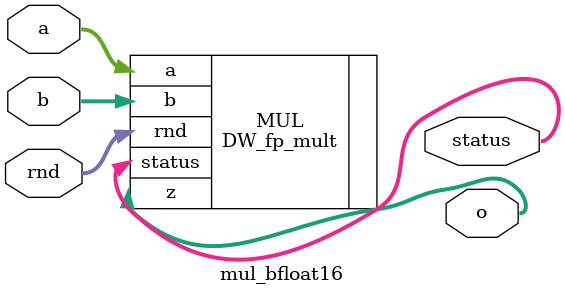
<source format=sv>
/*
 * File: template.sv
 * Author: Michal Gorywoda
 * Created Date: March 9th 2025
 * 
 * Copyright (c) 2025 Michal Gorywoda, KAIST SEED Lab
 */

 `default_nettype none
 module mul_bfloat16 #(
    parameter   N_SIG    = 7,
    parameter   N_EXP    = 8,
    parameter   N_DATA   = N_EXP + N_SIG + 1
 ) (
    input   logic [N_DATA-1:0]   a,
    input   logic [N_DATA-1:0]   b,
    input   logic [2:0]          rnd,
    output  logic [N_DATA-1:0]   o,
    output  logic [7:0]          status
 );
 
 
 DW_fp_mult #
 (
    .sig_width(N_SIG), 
    .exp_width(N_EXP), 
    .ieee_compliance(), 
    .en_ubr_flag()
 ) MUL ( 
    .a(a), 
    .b(b), 
    .rnd(rnd), 
    .z(o), 
    .status(status) 
 );
     
 endmodule
</source>
